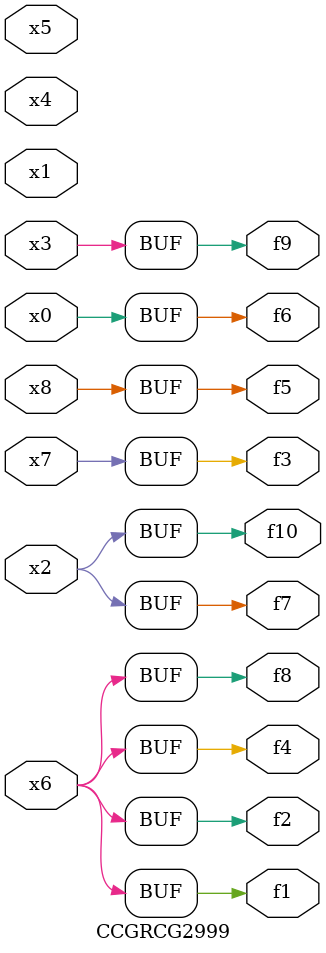
<source format=v>
module CCGRCG2999(
	input x0, x1, x2, x3, x4, x5, x6, x7, x8,
	output f1, f2, f3, f4, f5, f6, f7, f8, f9, f10
);
	assign f1 = x6;
	assign f2 = x6;
	assign f3 = x7;
	assign f4 = x6;
	assign f5 = x8;
	assign f6 = x0;
	assign f7 = x2;
	assign f8 = x6;
	assign f9 = x3;
	assign f10 = x2;
endmodule

</source>
